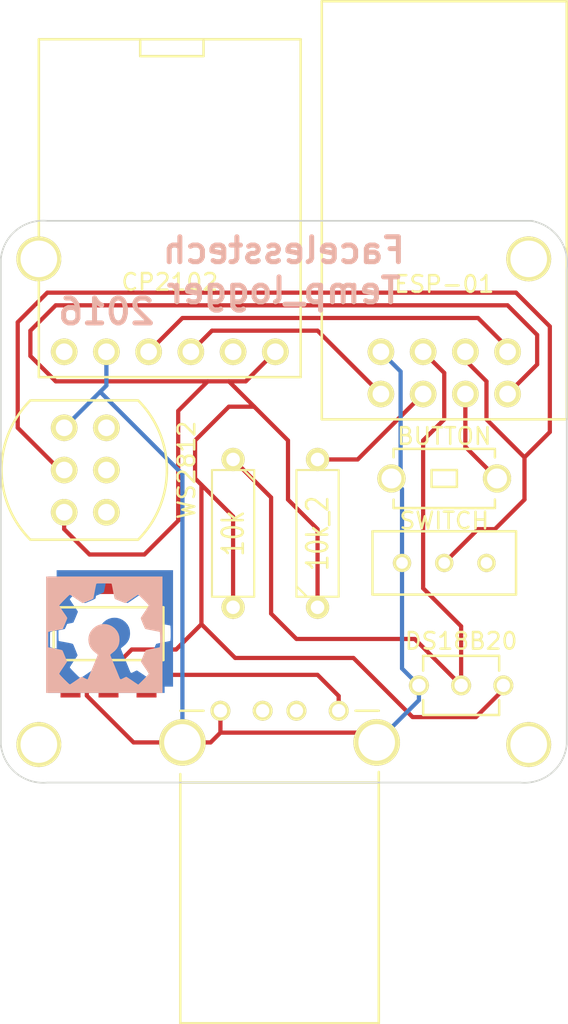
<source format=kicad_pcb>
(kicad_pcb (version 20171130) (host pcbnew "(5.1.12)-1")

  (general
    (thickness 1.6)
    (drawings 12)
    (tracks 104)
    (zones 0)
    (modules 17)
    (nets 10)
  )

  (page A3)
  (layers
    (0 F.Cu signal)
    (31 B.Cu signal)
    (32 B.Adhes user)
    (33 F.Adhes user hide)
    (34 B.Paste user)
    (35 F.Paste user)
    (36 B.SilkS user)
    (37 F.SilkS user)
    (38 B.Mask user)
    (39 F.Mask user)
    (40 Dwgs.User user)
    (41 Cmts.User user)
    (42 Eco1.User user)
    (43 Eco2.User user)
    (44 Edge.Cuts user)
  )

  (setup
    (last_trace_width 0.254)
    (trace_clearance 0.254)
    (zone_clearance 0.508)
    (zone_45_only no)
    (trace_min 0.254)
    (via_size 0.889)
    (via_drill 0.635)
    (via_min_size 0.889)
    (via_min_drill 0.508)
    (uvia_size 0.508)
    (uvia_drill 0.127)
    (uvias_allowed no)
    (uvia_min_size 0.508)
    (uvia_min_drill 0.127)
    (edge_width 0.1)
    (segment_width 0.2)
    (pcb_text_width 0.3)
    (pcb_text_size 1.5 1.5)
    (mod_edge_width 0.15)
    (mod_text_size 1 1)
    (mod_text_width 0.15)
    (pad_size 2.7 2.7)
    (pad_drill 2.2)
    (pad_to_mask_clearance 0)
    (aux_axis_origin 0 0)
    (visible_elements 7FFFFFFF)
    (pcbplotparams
      (layerselection 0x00030_ffffffff)
      (usegerberextensions true)
      (usegerberattributes true)
      (usegerberadvancedattributes true)
      (creategerberjobfile true)
      (excludeedgelayer true)
      (linewidth 0.150000)
      (plotframeref false)
      (viasonmask false)
      (mode 1)
      (useauxorigin false)
      (hpglpennumber 1)
      (hpglpenspeed 20)
      (hpglpendiameter 15.000000)
      (psnegative false)
      (psa4output false)
      (plotreference true)
      (plotvalue true)
      (plotinvisibletext false)
      (padsonsilk false)
      (subtractmaskfromsilk false)
      (outputformat 1)
      (mirror false)
      (drillshape 0)
      (scaleselection 1)
      (outputdirectory "gerbers/"))
  )

  (net 0 "")
  (net 1 N-000001)
  (net 2 N-0000011)
  (net 3 N-0000012)
  (net 4 N-000002)
  (net 5 N-000003)
  (net 6 N-000004)
  (net 7 N-000005)
  (net 8 N-000006)
  (net 9 N-000009)

  (net_class Default "This is the default net class."
    (clearance 0.254)
    (trace_width 0.254)
    (via_dia 0.889)
    (via_drill 0.635)
    (uvia_dia 0.508)
    (uvia_drill 0.127)
    (add_net N-000001)
    (add_net N-0000011)
    (add_net N-0000012)
    (add_net N-000002)
    (add_net N-000003)
    (add_net N-000004)
    (add_net N-000005)
    (add_net N-000006)
    (add_net N-000009)
  )

  (module esp-01_custom (layer F.Cu) (tedit 56B24D92) (tstamp 56A7D78B)
    (at 207.01 153.67 180)
    (path /56A68305)
    (fp_text reference U2 (at 0 -5.588 180) (layer F.SilkS) hide
      (effects (font (size 1 1) (thickness 0.15)))
    )
    (fp_text value ESP-01 (at 0 5.334 180) (layer F.SilkS)
      (effects (font (size 1 1) (thickness 0.15)))
    )
    (fp_line (start -7.366 -2.794) (end -7.366 22.352) (layer F.SilkS) (width 0.15))
    (fp_line (start -7.366 22.352) (end 7.366 22.352) (layer F.SilkS) (width 0.15))
    (fp_line (start 7.366 22.352) (end 7.366 -2.794) (layer F.SilkS) (width 0.15))
    (fp_line (start -7.366 -2.794) (end 7.366 -2.794) (layer F.SilkS) (width 0.15))
    (pad 6 thru_hole circle (at -1.27 -1.27 180) (size 1.6 1.6) (drill 1) (layers *.Cu *.Mask F.SilkS)
      (net 1 N-000001))
    (pad 5 thru_hole circle (at -1.27 1.27 180) (size 1.6 1.6) (drill 1) (layers *.Cu *.Mask F.SilkS)
      (net 5 N-000003))
    (pad 3 thru_hole circle (at 1.27 1.27 180) (size 1.6 1.6) (drill 1) (layers *.Cu *.Mask F.SilkS)
      (net 6 N-000004))
    (pad 4 thru_hole circle (at 1.27 -1.27 180) (size 1.6 1.6) (drill 1) (layers *.Cu *.Mask F.SilkS)
      (net 8 N-000006))
    (pad 2 thru_hole circle (at 3.81 -1.27 180) (size 1.6 1.6) (drill 1) (layers *.Cu *.Mask F.SilkS)
      (net 3 N-0000012))
    (pad 1 thru_hole circle (at 3.81 1.27 180) (size 1.6 1.6) (drill 1) (layers *.Cu *.Mask F.SilkS)
      (net 7 N-000005))
    (pad 7 thru_hole circle (at -3.81 1.27 180) (size 1.6 1.6) (drill 1) (layers *.Cu *.Mask F.SilkS)
      (net 9 N-000009))
    (pad 8 thru_hole circle (at -3.81 -1.27 180) (size 1.6 1.6) (drill 1) (layers *.Cu *.Mask F.SilkS)
      (net 2 N-0000011))
  )

  (module R3-5 (layer F.Cu) (tedit 56B24DE7) (tstamp 56A7CCE2)
    (at 199.39 163.322 90)
    (path /56A68489)
    (fp_text reference 10k_2 (at 0 0 90) (layer F.SilkS)
      (effects (font (size 1.27 1.016) (thickness 0.1524)))
    )
    (fp_text value R (at 0 0 90) (layer F.SilkS) hide
      (effects (font (size 1.27 1.016) (thickness 0.1524)))
    )
    (fp_line (start -3.81 -0.635) (end -3.81 1.27) (layer F.SilkS) (width 0.127))
    (fp_line (start -3.81 1.27) (end 3.81 1.27) (layer F.SilkS) (width 0.127))
    (fp_line (start 3.81 1.27) (end 3.81 -1.27) (layer F.SilkS) (width 0.127))
    (fp_line (start 3.81 -1.27) (end -3.81 -1.27) (layer F.SilkS) (width 0.127))
    (fp_line (start -3.81 -1.27) (end -3.81 -0.635) (layer F.SilkS) (width 0.127))
    (fp_line (start -4.445 0) (end -3.81 0) (layer F.SilkS) (width 0.127))
    (fp_line (start 3.81 0) (end 4.445 0) (layer F.SilkS) (width 0.127))
    (fp_line (start -3.81 -0.635) (end -3.175 -1.27) (layer F.SilkS) (width 0.127))
    (pad 1 thru_hole circle (at -4.445 0 90) (size 1.397 1.397) (drill 0.8128) (layers *.Cu *.Mask F.SilkS)
      (net 2 N-0000011))
    (pad 2 thru_hole circle (at 4.445 0 90) (size 1.397 1.397) (drill 0.8128) (layers *.Cu *.Mask F.SilkS)
      (net 8 N-000006))
    (model discret/resistor.wrl
      (at (xyz 0 0 0))
      (scale (xyz 0.35 0.35 0.3))
      (rotate (xyz 0 0 0))
    )
  )

  (module R3-5 (layer F.Cu) (tedit 56B24DE3) (tstamp 56A7CCF0)
    (at 194.31 163.322 270)
    (path /56A68498)
    (fp_text reference 10k (at 0 0 270) (layer F.SilkS)
      (effects (font (size 1.27 1.016) (thickness 0.1524)))
    )
    (fp_text value R (at 0 0 270) (layer F.SilkS) hide
      (effects (font (size 1.27 1.016) (thickness 0.1524)))
    )
    (fp_line (start -3.81 -0.635) (end -3.81 1.27) (layer F.SilkS) (width 0.127))
    (fp_line (start -3.81 1.27) (end 3.81 1.27) (layer F.SilkS) (width 0.127))
    (fp_line (start 3.81 1.27) (end 3.81 -1.27) (layer F.SilkS) (width 0.127))
    (fp_line (start 3.81 -1.27) (end -3.81 -1.27) (layer F.SilkS) (width 0.127))
    (fp_line (start -3.81 -1.27) (end -3.81 -0.635) (layer F.SilkS) (width 0.127))
    (fp_line (start -4.445 0) (end -3.81 0) (layer F.SilkS) (width 0.127))
    (fp_line (start 3.81 0) (end 4.445 0) (layer F.SilkS) (width 0.127))
    (fp_line (start -3.81 -0.635) (end -3.175 -1.27) (layer F.SilkS) (width 0.127))
    (pad 1 thru_hole circle (at -4.445 0 270) (size 1.397 1.397) (drill 0.8128) (layers *.Cu *.Mask F.SilkS)
      (net 6 N-000004))
    (pad 2 thru_hole circle (at 4.445 0 270) (size 1.397 1.397) (drill 0.8128) (layers *.Cu *.Mask F.SilkS)
      (net 2 N-0000011))
    (model discret/resistor.wrl
      (at (xyz 0 0 0))
      (scale (xyz 0.35 0.35 0.3))
      (rotate (xyz 0 0 0))
    )
  )

  (module CP2102_Custom (layer F.Cu) (tedit 56B24DDC) (tstamp 56A7D407)
    (at 190.5 152.4 180)
    (path /56A68443)
    (fp_text reference U1 (at 0 -4.064 180) (layer F.SilkS) hide
      (effects (font (size 1 1) (thickness 0.15)))
    )
    (fp_text value CP2102 (at 0 4.191 180) (layer F.SilkS)
      (effects (font (size 1 1) (thickness 0.15)))
    )
    (fp_line (start -2.032 18.796) (end -2.032 17.78) (layer F.SilkS) (width 0.15))
    (fp_line (start -2.032 17.78) (end 1.778 17.78) (layer F.SilkS) (width 0.15))
    (fp_line (start 1.778 17.78) (end 1.778 18.796) (layer F.SilkS) (width 0.15))
    (fp_line (start -7.874 -1.524) (end -7.874 18.796) (layer F.SilkS) (width 0.15))
    (fp_line (start -7.874 18.796) (end 7.874 18.796) (layer F.SilkS) (width 0.15))
    (fp_line (start 7.874 18.796) (end 7.874 -1.524) (layer F.SilkS) (width 0.15))
    (fp_line (start -7.874 -1.524) (end 7.874 -1.524) (layer F.SilkS) (width 0.15))
    (pad 3 thru_hole circle (at -1.27 0 180) (size 1.6 1.6) (drill 1) (layers *.Cu *.Mask F.SilkS)
      (net 3 N-0000012))
    (pad 4 thru_hole circle (at 1.27 0 180) (size 1.6 1.6) (drill 1) (layers *.Cu *.Mask F.SilkS)
      (net 9 N-000009))
    (pad 5 thru_hole circle (at 3.81 0 180) (size 1.6 1.6) (drill 1) (layers *.Cu *.Mask F.SilkS)
      (net 7 N-000005))
    (pad 6 thru_hole circle (at 6.35 0 180) (size 1.6 1.6) (drill 1) (layers *.Cu *.Mask F.SilkS))
    (pad 2 thru_hole circle (at -3.81 0 180) (size 1.6 1.6) (drill 1) (layers *.Cu *.Mask F.SilkS))
    (pad 1 thru_hole circle (at -6.35 0 180) (size 1.6 1.6) (drill 1) (layers *.Cu *.Mask F.SilkS)
      (net 2 N-0000011))
  )

  (module male_usb_custom (layer F.Cu) (tedit 56B24D82) (tstamp 56A93A22)
    (at 197.104 173.99)
    (path /56A684C0)
    (fp_text reference U6 (at 0 -3.556) (layer F.SilkS) hide
      (effects (font (size 1 1) (thickness 0.15)))
    )
    (fp_text value MALE_USB_CUSTOM (at 0 3.81) (layer F.SilkS) hide
      (effects (font (size 1 1) (thickness 0.15)))
    )
    (fp_line (start -5.969 4.318) (end 5.969 4.318) (layer F.SilkS) (width 0.15))
    (fp_line (start 5.969 3.683) (end 5.969 18.796) (layer F.SilkS) (width 0.15))
    (fp_line (start 5.969 18.796) (end -5.969 18.796) (layer F.SilkS) (width 0.15))
    (fp_line (start -5.969 18.796) (end -5.969 3.81) (layer F.SilkS) (width 0.15))
    (fp_line (start 4.572 0) (end 5.969 0) (layer F.SilkS) (width 0.15))
    (fp_line (start -4.572 0) (end -5.969 0) (layer F.SilkS) (width 0.15))
    (pad 4 thru_hole circle (at -5.842 1.905) (size 2.8 2.8) (drill 2.2) (layers *.Cu *.Mask F.SilkS)
      (net 7 N-000005))
    (pad 4 thru_hole circle (at 5.842 1.905) (size 2.8 2.8) (drill 2.2) (layers *.Cu *.Mask F.SilkS)
      (net 7 N-000005))
    (pad 4 thru_hole circle (at -3.556 0) (size 1.2 1.2) (drill 0.8) (layers *.Cu *.Mask F.SilkS)
      (net 7 N-000005))
    (pad 3 thru_hole circle (at -1.016 0) (size 1.2 1.2) (drill 0.8) (layers *.Cu *.Mask F.SilkS))
    (pad 2 thru_hole circle (at 1.016 0) (size 1.2 1.2) (drill 0.8) (layers *.Cu *.Mask F.SilkS))
    (pad 1 thru_hole circle (at 3.556 0) (size 1.2 1.2) (drill 0.8) (layers *.Cu *.Mask F.SilkS)
      (net 4 N-000002))
  )

  (module ws2812_custom (layer F.Cu) (tedit 56B24D70) (tstamp 56ACD98A)
    (at 185.42 159.512 90)
    (path /56A684A7)
    (fp_text reference U3 (at 5.08 0 180) (layer F.SilkS) hide
      (effects (font (size 1 1) (thickness 0.15)))
    )
    (fp_text value WS2812 (at 0 6.096 90) (layer F.SilkS)
      (effects (font (size 1 1) (thickness 0.15)))
    )
    (fp_line (start 4.191 -3.302) (end 4.191 3.175) (layer F.SilkS) (width 0.15))
    (fp_line (start -4.191 -3.302) (end -4.191 3.175) (layer F.SilkS) (width 0.15))
    (fp_arc (start 0 -1.016) (end 4.191 3.175) (angle 90) (layer F.SilkS) (width 0.15))
    (fp_arc (start 0 0.889) (end -4.191 -3.302) (angle 90) (layer F.SilkS) (width 0.15))
    (pad 3 thru_hole circle (at -2.54 -1.27 90) (size 1.6 1.6) (drill 1) (layers *.Cu *.Mask F.SilkS)
      (net 2 N-0000011))
    (pad 2 thru_hole circle (at 0 -1.27 90) (size 1.6 1.6) (drill 1) (layers *.Cu *.Mask F.SilkS)
      (net 5 N-000003))
    (pad 1 thru_hole circle (at 2.54 -1.27 90) (size 1.6 1.6) (drill 1) (layers *.Cu *.Mask F.SilkS)
      (net 7 N-000005))
    (pad 6 thru_hole circle (at -2.54 1.27 90) (size 1.6 1.6) (drill 1) (layers *.Cu *.Mask F.SilkS))
    (pad 5 thru_hole circle (at 0 1.27 90) (size 1.6 1.6) (drill 1) (layers *.Cu *.Mask F.SilkS))
    (pad 4 thru_hole circle (at 2.54 1.27 90) (size 1.6 1.6) (drill 1) (layers *.Cu *.Mask F.SilkS))
  )

  (module switch_small_custom (layer F.Cu) (tedit 56B24DAF) (tstamp 56ACE785)
    (at 207.01 165.1)
    (path /56A68470)
    (fp_text reference SW1 (at 0 -4.064) (layer F.SilkS) hide
      (effects (font (size 1 1) (thickness 0.15)))
    )
    (fp_text value SWITCH (at 0 -2.54) (layer F.SilkS)
      (effects (font (size 1 1) (thickness 0.15)))
    )
    (fp_line (start -4.318 -1.905) (end 4.318 -1.905) (layer F.SilkS) (width 0.15))
    (fp_line (start 4.318 -1.905) (end 4.318 1.905) (layer F.SilkS) (width 0.15))
    (fp_line (start 4.318 1.905) (end -4.318 1.905) (layer F.SilkS) (width 0.15))
    (fp_line (start -4.318 1.905) (end -4.318 -1.905) (layer F.SilkS) (width 0.15))
    (pad 2 thru_hole circle (at 0 0) (size 1.1 1.1) (drill 0.7) (layers *.Cu *.Mask F.SilkS)
      (net 5 N-000003))
    (pad 1 thru_hole circle (at -2.54 0) (size 1.1 1.1) (drill 0.7) (layers *.Cu *.Mask F.SilkS)
      (net 7 N-000005))
    (pad 3 thru_hole circle (at 2.54 0) (size 1.1 1.1) (drill 0.7) (layers *.Cu *.Mask F.SilkS))
  )

  (module button_single_custom (layer F.Cu) (tedit 56B24DC8) (tstamp 56AD0313)
    (at 207.01 160.02 180)
    (path /56A68461)
    (fp_text reference SW2 (at 0 -4.064 180) (layer F.SilkS) hide
      (effects (font (size 1 1) (thickness 0.15)))
    )
    (fp_text value BUTTON (at 0 2.54 180) (layer F.SilkS)
      (effects (font (size 1 1) (thickness 0.15)))
    )
    (fp_line (start -0.762 -0.508) (end -0.762 0.508) (layer F.SilkS) (width 0.15))
    (fp_line (start -0.762 0.508) (end 0.762 0.508) (layer F.SilkS) (width 0.15))
    (fp_line (start 0.762 0.508) (end 0.762 -0.508) (layer F.SilkS) (width 0.15))
    (fp_line (start 0.762 -0.508) (end -0.762 -0.508) (layer F.SilkS) (width 0.15))
    (fp_line (start -3.048 1.778) (end 3.048 1.778) (layer F.SilkS) (width 0.15))
    (fp_line (start 3.048 1.778) (end 3.048 1.27) (layer F.SilkS) (width 0.15))
    (fp_line (start -3.048 1.27) (end -3.048 1.778) (layer F.SilkS) (width 0.15))
    (fp_line (start -3.048 -1.778) (end -3.048 -1.27) (layer F.SilkS) (width 0.15))
    (fp_line (start -3.048 -1.778) (end 3.048 -1.778) (layer F.SilkS) (width 0.15))
    (fp_line (start 3.048 -1.778) (end 3.048 -1.27) (layer F.SilkS) (width 0.15))
    (pad 1 thru_hole circle (at -3.175 0 180) (size 1.7 1.7) (drill 1.2) (layers *.Cu *.Mask F.SilkS)
      (net 1 N-000001))
    (pad 2 thru_hole circle (at 3.175 0 180) (size 1.7 1.7) (drill 1.2) (layers *.Cu *.Mask F.SilkS)
      (net 7 N-000005))
  )

  (module ds18b20_custom (layer F.Cu) (tedit 56B24DB6) (tstamp 56AD05EB)
    (at 208.026 172.466)
    (path /56A6898A)
    (fp_text reference U4 (at 0 -2.921) (layer F.SilkS) hide
      (effects (font (size 1 1) (thickness 0.15)))
    )
    (fp_text value DS18B20 (at 0 -2.667) (layer F.SilkS)
      (effects (font (size 1 1) (thickness 0.15)))
    )
    (fp_line (start -2.286 1.778) (end -2.286 0.889) (layer F.SilkS) (width 0.15))
    (fp_line (start -2.286 -1.778) (end -2.286 -0.889) (layer F.SilkS) (width 0.15))
    (fp_line (start 2.286 1.778) (end 2.286 0.889) (layer F.SilkS) (width 0.15))
    (fp_line (start 2.286 -1.778) (end 2.286 -0.889) (layer F.SilkS) (width 0.15))
    (fp_line (start -2.286 1.778) (end 2.286 1.778) (layer F.SilkS) (width 0.15))
    (fp_line (start 2.286 -1.778) (end -2.286 -1.778) (layer F.SilkS) (width 0.15))
    (pad 2 thru_hole circle (at 0 0) (size 1.2 1.2) (drill 0.8) (layers *.Cu *.Mask F.SilkS)
      (net 6 N-000004))
    (pad 1 thru_hole circle (at -2.54 0) (size 1.2 1.2) (drill 0.8) (layers *.Cu *.Mask F.SilkS)
      (net 7 N-000005))
    (pad 3 thru_hole circle (at 2.54 0) (size 1.2 1.2) (drill 0.8) (layers *.Cu *.Mask F.SilkS)
      (net 2 N-0000011))
  )

  (module AMS1117_custom (layer F.Cu) (tedit 56B24D7B) (tstamp 56AD09ED)
    (at 186.817 172.593)
    (path /56A687AE)
    (fp_text reference U5 (at 0 -9.779) (layer F.SilkS) hide
      (effects (font (size 1 1) (thickness 0.15)))
    )
    (fp_text value 3.3_VOLTAGE_REG (at 0 3.81) (layer F.SilkS) hide
      (effects (font (size 1 1) (thickness 0.15)))
    )
    (fp_line (start -3.302 -4.826) (end 3.302 -4.826) (layer F.SilkS) (width 0.15))
    (fp_line (start 3.302 -4.826) (end 3.302 -1.651) (layer F.SilkS) (width 0.15))
    (fp_line (start 3.302 -1.651) (end -3.302 -1.651) (layer F.SilkS) (width 0.15))
    (fp_line (start -3.302 -1.651) (end -3.302 -4.826) (layer F.SilkS) (width 0.15))
    (pad 1 smd rect (at -2.286 0) (size 1.2 1.2) (layers F.Cu F.Paste F.Mask)
      (net 7 N-000005))
    (pad 2 smd rect (at 0 0) (size 1.2 1.2) (layers F.Cu F.Paste F.Mask)
      (net 2 N-0000011))
    (pad 3 smd rect (at 2.286 0) (size 1.2 1.2) (layers F.Cu F.Paste F.Mask)
      (net 4 N-000002))
    (pad 0 smd rect (at 0.127 -6.223) (size 3 1.2) (layers F.Cu F.Paste F.Mask))
  )

  (module M2_1pin_custom (layer F.Cu) (tedit 56B24DD3) (tstamp 56B07AEC)
    (at 212.09 146.812)
    (fp_text reference M2_1pin_custom_4 (at 0 2.413) (layer F.SilkS) hide
      (effects (font (size 1 1) (thickness 0.15)))
    )
    (fp_text value VAL** (at 0 -2.794) (layer F.SilkS) hide
      (effects (font (size 1 1) (thickness 0.15)))
    )
    (pad 1 thru_hole circle (at 0 0) (size 2.7 2.7) (drill 2.2) (layers *.Cu *.Mask F.SilkS))
  )

  (module M2_1pin_custom (layer F.Cu) (tedit 56B24D78) (tstamp 56B07B0B)
    (at 182.626 176.022)
    (fp_text reference M2_1pin_custom_3 (at 0 2.413) (layer F.SilkS) hide
      (effects (font (size 1 1) (thickness 0.15)))
    )
    (fp_text value VAL** (at 0 -2.794) (layer F.SilkS) hide
      (effects (font (size 1 1) (thickness 0.15)))
    )
    (pad 1 thru_hole circle (at 0 0) (size 2.7 2.7) (drill 2.2) (layers *.Cu *.Mask F.SilkS))
  )

  (module M2_1pin_custom (layer F.Cu) (tedit 56B24D5B) (tstamp 56B07B14)
    (at 182.626 146.812)
    (fp_text reference M2_1pin_custom_2 (at 0 2.413) (layer F.SilkS) hide
      (effects (font (size 1 1) (thickness 0.15)))
    )
    (fp_text value VAL** (at 0 -2.794) (layer F.SilkS) hide
      (effects (font (size 1 1) (thickness 0.15)))
    )
    (pad 1 thru_hole circle (at 0 0) (size 2.7 2.7) (drill 2.2) (layers *.Cu *.Mask F.SilkS))
  )

  (module M2_1pin_custom (layer F.Cu) (tedit 56B24D8D) (tstamp 56B07B1D)
    (at 212.09 176.022)
    (fp_text reference M2_1pin_custom (at 0 2.413) (layer F.SilkS) hide
      (effects (font (size 1 1) (thickness 0.15)))
    )
    (fp_text value VAL** (at 0 -2.794) (layer F.SilkS) hide
      (effects (font (size 1 1) (thickness 0.15)))
    )
    (pad 1 thru_hole circle (at 0 0) (size 2.7 2.7) (drill 2.2) (layers *.Cu *.Mask F.SilkS))
  )

  (module OSH_final (layer F.Cu) (tedit 0) (tstamp 56B3087C)
    (at 186.69 169.418)
    (fp_text reference VAL_3 (at 0 0) (layer F.SilkS) hide
      (effects (font (size 1.143 1.143) (thickness 0.1778)))
    )
    (fp_text value OSH_final (at 0 0) (layer F.SilkS) hide
      (effects (font (size 1.143 1.143) (thickness 0.1778)))
    )
    (fp_poly (pts (xy -3.50012 3.50012) (xy -3.3909 3.50012) (xy -3.3909 0.4318) (xy -3.3909 0.29464)
      (xy -3.3909 0.14986) (xy -3.3909 0.0381) (xy -3.38836 -0.04572) (xy -3.38582 -0.10414)
      (xy -3.38074 -0.14224) (xy -3.37566 -0.1651) (xy -3.36804 -0.17272) (xy -3.34264 -0.1778)
      (xy -3.2893 -0.1905) (xy -3.21056 -0.20574) (xy -3.1115 -0.22606) (xy -2.99974 -0.24638)
      (xy -2.92608 -0.25908) (xy -2.80924 -0.28194) (xy -2.70256 -0.30226) (xy -2.61366 -0.32004)
      (xy -2.54762 -0.33528) (xy -2.50952 -0.3429) (xy -2.49936 -0.34798) (xy -2.4892 -0.3683)
      (xy -2.46634 -0.41656) (xy -2.43586 -0.48514) (xy -2.4003 -0.56642) (xy -2.3622 -0.65532)
      (xy -2.3241 -0.74676) (xy -2.28854 -0.83312) (xy -2.25806 -0.90678) (xy -2.23774 -0.96266)
      (xy -2.22504 -0.99568) (xy -2.22504 -0.99822) (xy -2.2352 -1.02362) (xy -2.2606 -1.07188)
      (xy -2.30124 -1.13284) (xy -2.33934 -1.19126) (xy -2.4511 -1.34874) (xy -2.54 -1.48082)
      (xy -2.60858 -1.58496) (xy -2.65938 -1.6637) (xy -2.6924 -1.71958) (xy -2.70764 -1.7526)
      (xy -2.71018 -1.75768) (xy -2.69748 -1.778) (xy -2.66446 -1.81864) (xy -2.61366 -1.87452)
      (xy -2.54762 -1.9431) (xy -2.4765 -2.0193) (xy -2.39776 -2.09804) (xy -2.31902 -2.17678)
      (xy -2.24536 -2.25044) (xy -2.17932 -2.31394) (xy -2.12598 -2.36474) (xy -2.08788 -2.39522)
      (xy -2.07264 -2.40538) (xy -2.05232 -2.39522) (xy -2.0066 -2.36728) (xy -1.94056 -2.32664)
      (xy -1.85928 -2.27076) (xy -1.76276 -2.20726) (xy -1.68656 -2.15392) (xy -1.58242 -2.08534)
      (xy -1.49098 -2.02184) (xy -1.41224 -1.97104) (xy -1.35128 -1.93294) (xy -1.31064 -1.91008)
      (xy -1.29794 -1.90246) (xy -1.27254 -1.91008) (xy -1.2192 -1.92786) (xy -1.14808 -1.9558)
      (xy -1.06426 -1.99136) (xy -0.97282 -2.02692) (xy -0.88392 -2.06756) (xy -0.80264 -2.10312)
      (xy -0.73406 -2.13614) (xy -0.6858 -2.159) (xy -0.66294 -2.17424) (xy -0.65532 -2.19964)
      (xy -0.64262 -2.25298) (xy -0.62738 -2.33172) (xy -0.60706 -2.43078) (xy -0.58674 -2.54254)
      (xy -0.57404 -2.6035) (xy -0.55372 -2.72034) (xy -0.53086 -2.82956) (xy -0.51308 -2.921)
      (xy -0.49784 -2.99212) (xy -0.48768 -3.03784) (xy -0.48514 -3.048) (xy -0.47752 -3.0607)
      (xy -0.4699 -3.06832) (xy -0.45212 -3.07594) (xy -0.42418 -3.08102) (xy -0.381 -3.08356)
      (xy -0.3175 -3.0861) (xy -0.2286 -3.0861) (xy -0.11176 -3.08864) (xy -0.02032 -3.08864)
      (xy 0.10922 -3.0861) (xy 0.22352 -3.0861) (xy 0.3175 -3.08102) (xy 0.38862 -3.07848)
      (xy 0.42926 -3.0734) (xy 0.43942 -3.07086) (xy 0.4445 -3.05054) (xy 0.4572 -2.9972)
      (xy 0.47244 -2.921) (xy 0.49276 -2.82194) (xy 0.51308 -2.71018) (xy 0.53086 -2.6162)
      (xy 0.55372 -2.49682) (xy 0.57658 -2.38506) (xy 0.5969 -2.29108) (xy 0.61468 -2.21996)
      (xy 0.62738 -2.17424) (xy 0.635 -2.16154) (xy 0.6604 -2.14376) (xy 0.7112 -2.1209)
      (xy 0.78232 -2.09042) (xy 0.86614 -2.05486) (xy 0.95758 -2.0193) (xy 1.04648 -1.98374)
      (xy 1.1303 -1.95072) (xy 1.20142 -1.92786) (xy 1.25222 -1.91262) (xy 1.27508 -1.90754)
      (xy 1.2954 -1.92024) (xy 1.34366 -1.95072) (xy 1.4097 -1.9939) (xy 1.49352 -2.04978)
      (xy 1.59004 -2.11328) (xy 1.65608 -2.16154) (xy 1.75768 -2.23012) (xy 1.84658 -2.29108)
      (xy 1.92532 -2.34188) (xy 1.98628 -2.37998) (xy 2.02184 -2.4003) (xy 2.032 -2.40538)
      (xy 2.05232 -2.39268) (xy 2.09296 -2.35966) (xy 2.14884 -2.30632) (xy 2.21996 -2.23774)
      (xy 2.30378 -2.15646) (xy 2.36728 -2.09296) (xy 2.47142 -1.98882) (xy 2.5527 -1.905)
      (xy 2.61112 -1.8415) (xy 2.64668 -1.79578) (xy 2.667 -1.7653) (xy 2.66954 -1.74752)
      (xy 2.65684 -1.72466) (xy 2.6289 -1.6764) (xy 2.58318 -1.60528) (xy 2.5273 -1.52146)
      (xy 2.4638 -1.42748) (xy 2.4257 -1.3716) (xy 2.35966 -1.27254) (xy 2.2987 -1.1811)
      (xy 2.2479 -1.10236) (xy 2.21234 -1.04394) (xy 2.19202 -1.00584) (xy 2.18948 -0.99568)
      (xy 2.1971 -0.97028) (xy 2.21488 -0.91948) (xy 2.24282 -0.84836) (xy 2.27838 -0.76454)
      (xy 2.31394 -0.6731) (xy 2.35204 -0.58166) (xy 2.39014 -0.50038) (xy 2.42062 -0.42926)
      (xy 2.44602 -0.37846) (xy 2.45872 -0.35306) (xy 2.48158 -0.34544) (xy 2.53238 -0.33274)
      (xy 2.60858 -0.31496) (xy 2.7051 -0.29464) (xy 2.81686 -0.27432) (xy 2.89052 -0.25908)
      (xy 3.0099 -0.23622) (xy 3.11658 -0.2159) (xy 3.20802 -0.19812) (xy 3.27914 -0.18542)
      (xy 3.32232 -0.17526) (xy 3.33248 -0.17272) (xy 3.3401 -0.1524) (xy 3.34772 -0.1016)
      (xy 3.35026 -0.02794) (xy 3.35534 0.0635) (xy 3.35788 0.17018) (xy 3.35788 0.2794)
      (xy 3.35788 0.39116) (xy 3.35788 0.49784) (xy 3.3528 0.59182) (xy 3.34772 0.67056)
      (xy 3.34264 0.7239) (xy 3.33502 0.7493) (xy 3.30962 0.75692) (xy 3.25628 0.76962)
      (xy 3.18008 0.7874) (xy 3.08102 0.80772) (xy 2.96926 0.82804) (xy 2.9083 0.84074)
      (xy 2.794 0.86106) (xy 2.68732 0.88392) (xy 2.59842 0.90424) (xy 2.53238 0.91948)
      (xy 2.49174 0.93218) (xy 2.48412 0.93726) (xy 2.47142 0.96012) (xy 2.44856 1.01092)
      (xy 2.41808 1.08204) (xy 2.37998 1.16586) (xy 2.34442 1.25984) (xy 2.30632 1.35382)
      (xy 2.27076 1.44272) (xy 2.24028 1.51892) (xy 2.21996 1.57988) (xy 2.2098 1.61544)
      (xy 2.20726 1.62052) (xy 2.21742 1.64084) (xy 2.24536 1.68656) (xy 2.28854 1.7526)
      (xy 2.34188 1.83388) (xy 2.40538 1.92786) (xy 2.44094 1.97866) (xy 2.50952 2.07772)
      (xy 2.56794 2.16662) (xy 2.6162 2.24536) (xy 2.65176 2.30378) (xy 2.67208 2.33934)
      (xy 2.67462 2.3495) (xy 2.66192 2.36728) (xy 2.6289 2.40792) (xy 2.5781 2.4638)
      (xy 2.5146 2.53238) (xy 2.44094 2.60858) (xy 2.36474 2.68732) (xy 2.286 2.76606)
      (xy 2.21234 2.83972) (xy 2.1463 2.90322) (xy 2.09296 2.95402) (xy 2.0574 2.98704)
      (xy 2.03962 2.9972) (xy 2.02184 2.98704) (xy 1.97866 2.96164) (xy 1.91516 2.91846)
      (xy 1.83388 2.86512) (xy 1.74244 2.80162) (xy 1.68656 2.76352) (xy 1.5875 2.69748)
      (xy 1.4986 2.63906) (xy 1.4224 2.58826) (xy 1.36398 2.5527) (xy 1.32842 2.53238)
      (xy 1.3208 2.52984) (xy 1.2954 2.53746) (xy 1.24714 2.56032) (xy 1.18364 2.5908)
      (xy 1.14046 2.61366) (xy 1.06426 2.65176) (xy 1.01346 2.67462) (xy 0.97536 2.67462)
      (xy 0.94742 2.65176) (xy 0.92202 2.6035) (xy 0.889 2.52222) (xy 0.88392 2.51206)
      (xy 0.8636 2.4638) (xy 0.83312 2.38506) (xy 0.79248 2.286) (xy 0.74422 2.16662)
      (xy 0.68834 2.03708) (xy 0.63246 1.89738) (xy 0.59436 1.80848) (xy 0.53848 1.67386)
      (xy 0.48768 1.54686) (xy 0.4445 1.43764) (xy 0.4064 1.34366) (xy 0.37846 1.27254)
      (xy 0.36322 1.22682) (xy 0.35814 1.21412) (xy 0.37338 1.19126) (xy 0.40894 1.1557)
      (xy 0.46228 1.11252) (xy 0.48514 1.09474) (xy 0.635 0.97028) (xy 0.7493 0.8382)
      (xy 0.83312 0.6985) (xy 0.88646 0.5461) (xy 0.91186 0.37592) (xy 0.9144 0.28448)
      (xy 0.89916 0.1016) (xy 0.8509 -0.06604) (xy 0.76708 -0.22098) (xy 0.65278 -0.36068)
      (xy 0.6096 -0.40132) (xy 0.46482 -0.508) (xy 0.30734 -0.5842) (xy 0.14224 -0.62992)
      (xy -0.0254 -0.64262) (xy -0.19558 -0.62738) (xy -0.35814 -0.57912) (xy -0.51308 -0.50292)
      (xy -0.65278 -0.3937) (xy -0.70104 -0.34798) (xy -0.81534 -0.2032) (xy -0.89408 -0.0508)
      (xy -0.94234 0.1143) (xy -0.95758 0.29464) (xy -0.95758 0.29718) (xy -0.9398 0.47752)
      (xy -0.89154 0.6477) (xy -0.81026 0.80264) (xy -0.69342 0.94488) (xy -0.5461 1.07696)
      (xy -0.50546 1.10744) (xy -0.45212 1.14808) (xy -0.41402 1.18364) (xy -0.39624 1.20904)
      (xy -0.3937 1.21158) (xy -0.40132 1.23698) (xy -0.4191 1.28778) (xy -0.44704 1.35636)
      (xy -0.48006 1.43764) (xy -0.4826 1.4478) (xy -0.51308 1.52146) (xy -0.55626 1.62052)
      (xy -0.60452 1.7399) (xy -0.6604 1.87198) (xy -0.71882 2.01168) (xy -0.7747 2.15138)
      (xy -0.77978 2.16154) (xy -0.83312 2.28854) (xy -0.88138 2.40284) (xy -0.92456 2.50444)
      (xy -0.96012 2.58572) (xy -0.98552 2.64414) (xy -1.00076 2.67716) (xy -1.0033 2.6797)
      (xy -1.02616 2.6797) (xy -1.07188 2.66192) (xy -1.13792 2.63398) (xy -1.17856 2.61366)
      (xy -1.24968 2.5781) (xy -1.3081 2.55016) (xy -1.34874 2.53238) (xy -1.36144 2.52984)
      (xy -1.38176 2.54) (xy -1.42748 2.56794) (xy -1.49352 2.60858) (xy -1.5748 2.66192)
      (xy -1.66624 2.72542) (xy -1.69418 2.7432) (xy -1.78816 2.80924) (xy -1.87706 2.86766)
      (xy -1.95072 2.91846) (xy -2.0066 2.95402) (xy -2.03962 2.97688) (xy -2.0447 2.97942)
      (xy -2.05994 2.9845) (xy -2.07518 2.98196) (xy -2.0955 2.9718) (xy -2.12598 2.95148)
      (xy -2.16662 2.91338) (xy -2.22504 2.86004) (xy -2.2987 2.78638) (xy -2.39776 2.68986)
      (xy -2.4892 2.59588) (xy -2.57048 2.51206) (xy -2.63398 2.44348) (xy -2.68224 2.3876)
      (xy -2.7051 2.35458) (xy -2.71018 2.34696) (xy -2.70002 2.32156) (xy -2.67208 2.2733)
      (xy -2.63144 2.20472) (xy -2.57556 2.1209) (xy -2.51206 2.02692) (xy -2.4765 1.97358)
      (xy -2.41046 1.87706) (xy -2.35204 1.78816) (xy -2.30124 1.7145) (xy -2.26568 1.65862)
      (xy -2.24536 1.6256) (xy -2.24282 1.62052) (xy -2.25044 1.59766) (xy -2.26822 1.54686)
      (xy -2.29616 1.47828) (xy -2.32664 1.39446) (xy -2.36474 1.30302) (xy -2.40284 1.21158)
      (xy -2.4384 1.12268) (xy -2.47142 1.04394) (xy -2.49682 0.98552) (xy -2.5146 0.94996)
      (xy -2.51714 0.94488) (xy -2.53238 0.93218) (xy -2.5654 0.92202) (xy -2.6162 0.90678)
      (xy -2.68986 0.889) (xy -2.78638 0.86868) (xy -2.91338 0.84582) (xy -3.07086 0.81534)
      (xy -3.16738 0.79756) (xy -3.24358 0.78486) (xy -3.30708 0.77216) (xy -3.35026 0.762)
      (xy -3.36042 0.75946) (xy -3.37058 0.75438) (xy -3.3782 0.74422) (xy -3.38328 0.71882)
      (xy -3.38582 0.68072) (xy -3.38836 0.6223) (xy -3.3909 0.54102) (xy -3.3909 0.4318)
      (xy -3.3909 3.50012) (xy 0 3.50012) (xy 3.50012 3.50012) (xy 3.50012 0)
      (xy 3.50012 -3.50012) (xy 0 -3.50012) (xy -3.50012 -3.50012) (xy -3.50012 0)
      (xy -3.50012 3.50012)) (layer B.Cu) (width 0.00254))
  )

  (module OSH_final (layer F.Cu) (tedit 0) (tstamp 56B30885)
    (at 187.198 169.037)
    (fp_text reference VAL_2 (at 0 0) (layer F.SilkS) hide
      (effects (font (size 1.143 1.143) (thickness 0.1778)))
    )
    (fp_text value OSH_final (at 0 0) (layer F.SilkS) hide
      (effects (font (size 1.143 1.143) (thickness 0.1778)))
    )
    (fp_poly (pts (xy -3.50012 3.50012) (xy -3.3909 3.50012) (xy -3.3909 0.4318) (xy -3.3909 0.29464)
      (xy -3.3909 0.14986) (xy -3.3909 0.0381) (xy -3.38836 -0.04572) (xy -3.38582 -0.10414)
      (xy -3.38074 -0.14224) (xy -3.37566 -0.1651) (xy -3.36804 -0.17272) (xy -3.34264 -0.1778)
      (xy -3.2893 -0.1905) (xy -3.21056 -0.20574) (xy -3.1115 -0.22606) (xy -2.99974 -0.24638)
      (xy -2.92608 -0.25908) (xy -2.80924 -0.28194) (xy -2.70256 -0.30226) (xy -2.61366 -0.32004)
      (xy -2.54762 -0.33528) (xy -2.50952 -0.3429) (xy -2.49936 -0.34798) (xy -2.4892 -0.3683)
      (xy -2.46634 -0.41656) (xy -2.43586 -0.48514) (xy -2.4003 -0.56642) (xy -2.3622 -0.65532)
      (xy -2.3241 -0.74676) (xy -2.28854 -0.83312) (xy -2.25806 -0.90678) (xy -2.23774 -0.96266)
      (xy -2.22504 -0.99568) (xy -2.22504 -0.99822) (xy -2.2352 -1.02362) (xy -2.2606 -1.07188)
      (xy -2.30124 -1.13284) (xy -2.33934 -1.19126) (xy -2.4511 -1.34874) (xy -2.54 -1.48082)
      (xy -2.60858 -1.58496) (xy -2.65938 -1.6637) (xy -2.6924 -1.71958) (xy -2.70764 -1.7526)
      (xy -2.71018 -1.75768) (xy -2.69748 -1.778) (xy -2.66446 -1.81864) (xy -2.61366 -1.87452)
      (xy -2.54762 -1.9431) (xy -2.4765 -2.0193) (xy -2.39776 -2.09804) (xy -2.31902 -2.17678)
      (xy -2.24536 -2.25044) (xy -2.17932 -2.31394) (xy -2.12598 -2.36474) (xy -2.08788 -2.39522)
      (xy -2.07264 -2.40538) (xy -2.05232 -2.39522) (xy -2.0066 -2.36728) (xy -1.94056 -2.32664)
      (xy -1.85928 -2.27076) (xy -1.76276 -2.20726) (xy -1.68656 -2.15392) (xy -1.58242 -2.08534)
      (xy -1.49098 -2.02184) (xy -1.41224 -1.97104) (xy -1.35128 -1.93294) (xy -1.31064 -1.91008)
      (xy -1.29794 -1.90246) (xy -1.27254 -1.91008) (xy -1.2192 -1.92786) (xy -1.14808 -1.9558)
      (xy -1.06426 -1.99136) (xy -0.97282 -2.02692) (xy -0.88392 -2.06756) (xy -0.80264 -2.10312)
      (xy -0.73406 -2.13614) (xy -0.6858 -2.159) (xy -0.66294 -2.17424) (xy -0.65532 -2.19964)
      (xy -0.64262 -2.25298) (xy -0.62738 -2.33172) (xy -0.60706 -2.43078) (xy -0.58674 -2.54254)
      (xy -0.57404 -2.6035) (xy -0.55372 -2.72034) (xy -0.53086 -2.82956) (xy -0.51308 -2.921)
      (xy -0.49784 -2.99212) (xy -0.48768 -3.03784) (xy -0.48514 -3.048) (xy -0.47752 -3.0607)
      (xy -0.4699 -3.06832) (xy -0.45212 -3.07594) (xy -0.42418 -3.08102) (xy -0.381 -3.08356)
      (xy -0.3175 -3.0861) (xy -0.2286 -3.0861) (xy -0.11176 -3.08864) (xy -0.02032 -3.08864)
      (xy 0.10922 -3.0861) (xy 0.22352 -3.0861) (xy 0.3175 -3.08102) (xy 0.38862 -3.07848)
      (xy 0.42926 -3.0734) (xy 0.43942 -3.07086) (xy 0.4445 -3.05054) (xy 0.4572 -2.9972)
      (xy 0.47244 -2.921) (xy 0.49276 -2.82194) (xy 0.51308 -2.71018) (xy 0.53086 -2.6162)
      (xy 0.55372 -2.49682) (xy 0.57658 -2.38506) (xy 0.5969 -2.29108) (xy 0.61468 -2.21996)
      (xy 0.62738 -2.17424) (xy 0.635 -2.16154) (xy 0.6604 -2.14376) (xy 0.7112 -2.1209)
      (xy 0.78232 -2.09042) (xy 0.86614 -2.05486) (xy 0.95758 -2.0193) (xy 1.04648 -1.98374)
      (xy 1.1303 -1.95072) (xy 1.20142 -1.92786) (xy 1.25222 -1.91262) (xy 1.27508 -1.90754)
      (xy 1.2954 -1.92024) (xy 1.34366 -1.95072) (xy 1.4097 -1.9939) (xy 1.49352 -2.04978)
      (xy 1.59004 -2.11328) (xy 1.65608 -2.16154) (xy 1.75768 -2.23012) (xy 1.84658 -2.29108)
      (xy 1.92532 -2.34188) (xy 1.98628 -2.37998) (xy 2.02184 -2.4003) (xy 2.032 -2.40538)
      (xy 2.05232 -2.39268) (xy 2.09296 -2.35966) (xy 2.14884 -2.30632) (xy 2.21996 -2.23774)
      (xy 2.30378 -2.15646) (xy 2.36728 -2.09296) (xy 2.47142 -1.98882) (xy 2.5527 -1.905)
      (xy 2.61112 -1.8415) (xy 2.64668 -1.79578) (xy 2.667 -1.7653) (xy 2.66954 -1.74752)
      (xy 2.65684 -1.72466) (xy 2.6289 -1.6764) (xy 2.58318 -1.60528) (xy 2.5273 -1.52146)
      (xy 2.4638 -1.42748) (xy 2.4257 -1.3716) (xy 2.35966 -1.27254) (xy 2.2987 -1.1811)
      (xy 2.2479 -1.10236) (xy 2.21234 -1.04394) (xy 2.19202 -1.00584) (xy 2.18948 -0.99568)
      (xy 2.1971 -0.97028) (xy 2.21488 -0.91948) (xy 2.24282 -0.84836) (xy 2.27838 -0.76454)
      (xy 2.31394 -0.6731) (xy 2.35204 -0.58166) (xy 2.39014 -0.50038) (xy 2.42062 -0.42926)
      (xy 2.44602 -0.37846) (xy 2.45872 -0.35306) (xy 2.48158 -0.34544) (xy 2.53238 -0.33274)
      (xy 2.60858 -0.31496) (xy 2.7051 -0.29464) (xy 2.81686 -0.27432) (xy 2.89052 -0.25908)
      (xy 3.0099 -0.23622) (xy 3.11658 -0.2159) (xy 3.20802 -0.19812) (xy 3.27914 -0.18542)
      (xy 3.32232 -0.17526) (xy 3.33248 -0.17272) (xy 3.3401 -0.1524) (xy 3.34772 -0.1016)
      (xy 3.35026 -0.02794) (xy 3.35534 0.0635) (xy 3.35788 0.17018) (xy 3.35788 0.2794)
      (xy 3.35788 0.39116) (xy 3.35788 0.49784) (xy 3.3528 0.59182) (xy 3.34772 0.67056)
      (xy 3.34264 0.7239) (xy 3.33502 0.7493) (xy 3.30962 0.75692) (xy 3.25628 0.76962)
      (xy 3.18008 0.7874) (xy 3.08102 0.80772) (xy 2.96926 0.82804) (xy 2.9083 0.84074)
      (xy 2.794 0.86106) (xy 2.68732 0.88392) (xy 2.59842 0.90424) (xy 2.53238 0.91948)
      (xy 2.49174 0.93218) (xy 2.48412 0.93726) (xy 2.47142 0.96012) (xy 2.44856 1.01092)
      (xy 2.41808 1.08204) (xy 2.37998 1.16586) (xy 2.34442 1.25984) (xy 2.30632 1.35382)
      (xy 2.27076 1.44272) (xy 2.24028 1.51892) (xy 2.21996 1.57988) (xy 2.2098 1.61544)
      (xy 2.20726 1.62052) (xy 2.21742 1.64084) (xy 2.24536 1.68656) (xy 2.28854 1.7526)
      (xy 2.34188 1.83388) (xy 2.40538 1.92786) (xy 2.44094 1.97866) (xy 2.50952 2.07772)
      (xy 2.56794 2.16662) (xy 2.6162 2.24536) (xy 2.65176 2.30378) (xy 2.67208 2.33934)
      (xy 2.67462 2.3495) (xy 2.66192 2.36728) (xy 2.6289 2.40792) (xy 2.5781 2.4638)
      (xy 2.5146 2.53238) (xy 2.44094 2.60858) (xy 2.36474 2.68732) (xy 2.286 2.76606)
      (xy 2.21234 2.83972) (xy 2.1463 2.90322) (xy 2.09296 2.95402) (xy 2.0574 2.98704)
      (xy 2.03962 2.9972) (xy 2.02184 2.98704) (xy 1.97866 2.96164) (xy 1.91516 2.91846)
      (xy 1.83388 2.86512) (xy 1.74244 2.80162) (xy 1.68656 2.76352) (xy 1.5875 2.69748)
      (xy 1.4986 2.63906) (xy 1.4224 2.58826) (xy 1.36398 2.5527) (xy 1.32842 2.53238)
      (xy 1.3208 2.52984) (xy 1.2954 2.53746) (xy 1.24714 2.56032) (xy 1.18364 2.5908)
      (xy 1.14046 2.61366) (xy 1.06426 2.65176) (xy 1.01346 2.67462) (xy 0.97536 2.67462)
      (xy 0.94742 2.65176) (xy 0.92202 2.6035) (xy 0.889 2.52222) (xy 0.88392 2.51206)
      (xy 0.8636 2.4638) (xy 0.83312 2.38506) (xy 0.79248 2.286) (xy 0.74422 2.16662)
      (xy 0.68834 2.03708) (xy 0.63246 1.89738) (xy 0.59436 1.80848) (xy 0.53848 1.67386)
      (xy 0.48768 1.54686) (xy 0.4445 1.43764) (xy 0.4064 1.34366) (xy 0.37846 1.27254)
      (xy 0.36322 1.22682) (xy 0.35814 1.21412) (xy 0.37338 1.19126) (xy 0.40894 1.1557)
      (xy 0.46228 1.11252) (xy 0.48514 1.09474) (xy 0.635 0.97028) (xy 0.7493 0.8382)
      (xy 0.83312 0.6985) (xy 0.88646 0.5461) (xy 0.91186 0.37592) (xy 0.9144 0.28448)
      (xy 0.89916 0.1016) (xy 0.8509 -0.06604) (xy 0.76708 -0.22098) (xy 0.65278 -0.36068)
      (xy 0.6096 -0.40132) (xy 0.46482 -0.508) (xy 0.30734 -0.5842) (xy 0.14224 -0.62992)
      (xy -0.0254 -0.64262) (xy -0.19558 -0.62738) (xy -0.35814 -0.57912) (xy -0.51308 -0.50292)
      (xy -0.65278 -0.3937) (xy -0.70104 -0.34798) (xy -0.81534 -0.2032) (xy -0.89408 -0.0508)
      (xy -0.94234 0.1143) (xy -0.95758 0.29464) (xy -0.95758 0.29718) (xy -0.9398 0.47752)
      (xy -0.89154 0.6477) (xy -0.81026 0.80264) (xy -0.69342 0.94488) (xy -0.5461 1.07696)
      (xy -0.50546 1.10744) (xy -0.45212 1.14808) (xy -0.41402 1.18364) (xy -0.39624 1.20904)
      (xy -0.3937 1.21158) (xy -0.40132 1.23698) (xy -0.4191 1.28778) (xy -0.44704 1.35636)
      (xy -0.48006 1.43764) (xy -0.4826 1.4478) (xy -0.51308 1.52146) (xy -0.55626 1.62052)
      (xy -0.60452 1.7399) (xy -0.6604 1.87198) (xy -0.71882 2.01168) (xy -0.7747 2.15138)
      (xy -0.77978 2.16154) (xy -0.83312 2.28854) (xy -0.88138 2.40284) (xy -0.92456 2.50444)
      (xy -0.96012 2.58572) (xy -0.98552 2.64414) (xy -1.00076 2.67716) (xy -1.0033 2.6797)
      (xy -1.02616 2.6797) (xy -1.07188 2.66192) (xy -1.13792 2.63398) (xy -1.17856 2.61366)
      (xy -1.24968 2.5781) (xy -1.3081 2.55016) (xy -1.34874 2.53238) (xy -1.36144 2.52984)
      (xy -1.38176 2.54) (xy -1.42748 2.56794) (xy -1.49352 2.60858) (xy -1.5748 2.66192)
      (xy -1.66624 2.72542) (xy -1.69418 2.7432) (xy -1.78816 2.80924) (xy -1.87706 2.86766)
      (xy -1.95072 2.91846) (xy -2.0066 2.95402) (xy -2.03962 2.97688) (xy -2.0447 2.97942)
      (xy -2.05994 2.9845) (xy -2.07518 2.98196) (xy -2.0955 2.9718) (xy -2.12598 2.95148)
      (xy -2.16662 2.91338) (xy -2.22504 2.86004) (xy -2.2987 2.78638) (xy -2.39776 2.68986)
      (xy -2.4892 2.59588) (xy -2.57048 2.51206) (xy -2.63398 2.44348) (xy -2.68224 2.3876)
      (xy -2.7051 2.35458) (xy -2.71018 2.34696) (xy -2.70002 2.32156) (xy -2.67208 2.2733)
      (xy -2.63144 2.20472) (xy -2.57556 2.1209) (xy -2.51206 2.02692) (xy -2.4765 1.97358)
      (xy -2.41046 1.87706) (xy -2.35204 1.78816) (xy -2.30124 1.7145) (xy -2.26568 1.65862)
      (xy -2.24536 1.6256) (xy -2.24282 1.62052) (xy -2.25044 1.59766) (xy -2.26822 1.54686)
      (xy -2.29616 1.47828) (xy -2.32664 1.39446) (xy -2.36474 1.30302) (xy -2.40284 1.21158)
      (xy -2.4384 1.12268) (xy -2.47142 1.04394) (xy -2.49682 0.98552) (xy -2.5146 0.94996)
      (xy -2.51714 0.94488) (xy -2.53238 0.93218) (xy -2.5654 0.92202) (xy -2.6162 0.90678)
      (xy -2.68986 0.889) (xy -2.78638 0.86868) (xy -2.91338 0.84582) (xy -3.07086 0.81534)
      (xy -3.16738 0.79756) (xy -3.24358 0.78486) (xy -3.30708 0.77216) (xy -3.35026 0.762)
      (xy -3.36042 0.75946) (xy -3.37058 0.75438) (xy -3.3782 0.74422) (xy -3.38328 0.71882)
      (xy -3.38582 0.68072) (xy -3.38836 0.6223) (xy -3.3909 0.54102) (xy -3.3909 0.4318)
      (xy -3.3909 3.50012) (xy 0 3.50012) (xy 3.50012 3.50012) (xy 3.50012 0)
      (xy 3.50012 -3.50012) (xy 0 -3.50012) (xy -3.50012 -3.50012) (xy -3.50012 0)
      (xy -3.50012 3.50012)) (layer B.Cu) (width 0.00254))
  )

  (module OSH_final_silks_back (layer F.Cu) (tedit 0) (tstamp 56B36546)
    (at 186.563 169.418)
    (fp_text reference VAL (at 0 0) (layer F.SilkS) hide
      (effects (font (size 1.143 1.143) (thickness 0.1778)))
    )
    (fp_text value OSH_final_silks_back (at 0 0) (layer F.SilkS) hide
      (effects (font (size 1.143 1.143) (thickness 0.1778)))
    )
    (fp_poly (pts (xy -3.50012 3.50012) (xy -3.3909 3.50012) (xy -3.3909 0.4318) (xy -3.3909 0.29464)
      (xy -3.3909 0.14986) (xy -3.3909 0.0381) (xy -3.38836 -0.04572) (xy -3.38582 -0.10414)
      (xy -3.38074 -0.14224) (xy -3.37566 -0.1651) (xy -3.36804 -0.17272) (xy -3.34264 -0.1778)
      (xy -3.2893 -0.1905) (xy -3.21056 -0.20574) (xy -3.1115 -0.22606) (xy -2.99974 -0.24638)
      (xy -2.92608 -0.25908) (xy -2.80924 -0.28194) (xy -2.70256 -0.30226) (xy -2.61366 -0.32004)
      (xy -2.54762 -0.33528) (xy -2.50952 -0.3429) (xy -2.49936 -0.34798) (xy -2.4892 -0.3683)
      (xy -2.46634 -0.41656) (xy -2.43586 -0.48514) (xy -2.4003 -0.56642) (xy -2.3622 -0.65532)
      (xy -2.3241 -0.74676) (xy -2.28854 -0.83312) (xy -2.25806 -0.90678) (xy -2.23774 -0.96266)
      (xy -2.22504 -0.99568) (xy -2.22504 -0.99822) (xy -2.2352 -1.02362) (xy -2.2606 -1.07188)
      (xy -2.30124 -1.13284) (xy -2.33934 -1.19126) (xy -2.4511 -1.34874) (xy -2.54 -1.48082)
      (xy -2.60858 -1.58496) (xy -2.65938 -1.6637) (xy -2.6924 -1.71958) (xy -2.70764 -1.7526)
      (xy -2.71018 -1.75768) (xy -2.69748 -1.778) (xy -2.66446 -1.81864) (xy -2.61366 -1.87452)
      (xy -2.54762 -1.9431) (xy -2.4765 -2.0193) (xy -2.39776 -2.09804) (xy -2.31902 -2.17678)
      (xy -2.24536 -2.25044) (xy -2.17932 -2.31394) (xy -2.12598 -2.36474) (xy -2.08788 -2.39522)
      (xy -2.07264 -2.40538) (xy -2.05232 -2.39522) (xy -2.0066 -2.36728) (xy -1.94056 -2.32664)
      (xy -1.85928 -2.27076) (xy -1.76276 -2.20726) (xy -1.68656 -2.15392) (xy -1.58242 -2.08534)
      (xy -1.49098 -2.02184) (xy -1.41224 -1.97104) (xy -1.35128 -1.93294) (xy -1.31064 -1.91008)
      (xy -1.29794 -1.90246) (xy -1.27254 -1.91008) (xy -1.2192 -1.92786) (xy -1.14808 -1.9558)
      (xy -1.06426 -1.99136) (xy -0.97282 -2.02692) (xy -0.88392 -2.06756) (xy -0.80264 -2.10312)
      (xy -0.73406 -2.13614) (xy -0.6858 -2.159) (xy -0.66294 -2.17424) (xy -0.65532 -2.19964)
      (xy -0.64262 -2.25298) (xy -0.62738 -2.33172) (xy -0.60706 -2.43078) (xy -0.58674 -2.54254)
      (xy -0.57404 -2.6035) (xy -0.55372 -2.72034) (xy -0.53086 -2.82956) (xy -0.51308 -2.921)
      (xy -0.49784 -2.99212) (xy -0.48768 -3.03784) (xy -0.48514 -3.048) (xy -0.47752 -3.0607)
      (xy -0.4699 -3.06832) (xy -0.45212 -3.07594) (xy -0.42418 -3.08102) (xy -0.381 -3.08356)
      (xy -0.3175 -3.0861) (xy -0.2286 -3.0861) (xy -0.11176 -3.08864) (xy -0.02032 -3.08864)
      (xy 0.10922 -3.0861) (xy 0.22352 -3.0861) (xy 0.3175 -3.08102) (xy 0.38862 -3.07848)
      (xy 0.42926 -3.0734) (xy 0.43942 -3.07086) (xy 0.4445 -3.05054) (xy 0.4572 -2.9972)
      (xy 0.47244 -2.921) (xy 0.49276 -2.82194) (xy 0.51308 -2.71018) (xy 0.53086 -2.6162)
      (xy 0.55372 -2.49682) (xy 0.57658 -2.38506) (xy 0.5969 -2.29108) (xy 0.61468 -2.21996)
      (xy 0.62738 -2.17424) (xy 0.635 -2.16154) (xy 0.6604 -2.14376) (xy 0.7112 -2.1209)
      (xy 0.78232 -2.09042) (xy 0.86614 -2.05486) (xy 0.95758 -2.0193) (xy 1.04648 -1.98374)
      (xy 1.1303 -1.95072) (xy 1.20142 -1.92786) (xy 1.25222 -1.91262) (xy 1.27508 -1.90754)
      (xy 1.2954 -1.92024) (xy 1.34366 -1.95072) (xy 1.4097 -1.9939) (xy 1.49352 -2.04978)
      (xy 1.59004 -2.11328) (xy 1.65608 -2.16154) (xy 1.75768 -2.23012) (xy 1.84658 -2.29108)
      (xy 1.92532 -2.34188) (xy 1.98628 -2.37998) (xy 2.02184 -2.4003) (xy 2.032 -2.40538)
      (xy 2.05232 -2.39268) (xy 2.09296 -2.35966) (xy 2.14884 -2.30632) (xy 2.21996 -2.23774)
      (xy 2.30378 -2.15646) (xy 2.36728 -2.09296) (xy 2.47142 -1.98882) (xy 2.5527 -1.905)
      (xy 2.61112 -1.8415) (xy 2.64668 -1.79578) (xy 2.667 -1.7653) (xy 2.66954 -1.74752)
      (xy 2.65684 -1.72466) (xy 2.6289 -1.6764) (xy 2.58318 -1.60528) (xy 2.5273 -1.52146)
      (xy 2.4638 -1.42748) (xy 2.4257 -1.3716) (xy 2.35966 -1.27254) (xy 2.2987 -1.1811)
      (xy 2.2479 -1.10236) (xy 2.21234 -1.04394) (xy 2.19202 -1.00584) (xy 2.18948 -0.99568)
      (xy 2.1971 -0.97028) (xy 2.21488 -0.91948) (xy 2.24282 -0.84836) (xy 2.27838 -0.76454)
      (xy 2.31394 -0.6731) (xy 2.35204 -0.58166) (xy 2.39014 -0.50038) (xy 2.42062 -0.42926)
      (xy 2.44602 -0.37846) (xy 2.45872 -0.35306) (xy 2.48158 -0.34544) (xy 2.53238 -0.33274)
      (xy 2.60858 -0.31496) (xy 2.7051 -0.29464) (xy 2.81686 -0.27432) (xy 2.89052 -0.25908)
      (xy 3.0099 -0.23622) (xy 3.11658 -0.2159) (xy 3.20802 -0.19812) (xy 3.27914 -0.18542)
      (xy 3.32232 -0.17526) (xy 3.33248 -0.17272) (xy 3.3401 -0.1524) (xy 3.34772 -0.1016)
      (xy 3.35026 -0.02794) (xy 3.35534 0.0635) (xy 3.35788 0.17018) (xy 3.35788 0.2794)
      (xy 3.35788 0.39116) (xy 3.35788 0.49784) (xy 3.3528 0.59182) (xy 3.34772 0.67056)
      (xy 3.34264 0.7239) (xy 3.33502 0.7493) (xy 3.30962 0.75692) (xy 3.25628 0.76962)
      (xy 3.18008 0.7874) (xy 3.08102 0.80772) (xy 2.96926 0.82804) (xy 2.9083 0.84074)
      (xy 2.794 0.86106) (xy 2.68732 0.88392) (xy 2.59842 0.90424) (xy 2.53238 0.91948)
      (xy 2.49174 0.93218) (xy 2.48412 0.93726) (xy 2.47142 0.96012) (xy 2.44856 1.01092)
      (xy 2.41808 1.08204) (xy 2.37998 1.16586) (xy 2.34442 1.25984) (xy 2.30632 1.35382)
      (xy 2.27076 1.44272) (xy 2.24028 1.51892) (xy 2.21996 1.57988) (xy 2.2098 1.61544)
      (xy 2.20726 1.62052) (xy 2.21742 1.64084) (xy 2.24536 1.68656) (xy 2.28854 1.7526)
      (xy 2.34188 1.83388) (xy 2.40538 1.92786) (xy 2.44094 1.97866) (xy 2.50952 2.07772)
      (xy 2.56794 2.16662) (xy 2.6162 2.24536) (xy 2.65176 2.30378) (xy 2.67208 2.33934)
      (xy 2.67462 2.3495) (xy 2.66192 2.36728) (xy 2.6289 2.40792) (xy 2.5781 2.4638)
      (xy 2.5146 2.53238) (xy 2.44094 2.60858) (xy 2.36474 2.68732) (xy 2.286 2.76606)
      (xy 2.21234 2.83972) (xy 2.1463 2.90322) (xy 2.09296 2.95402) (xy 2.0574 2.98704)
      (xy 2.03962 2.9972) (xy 2.02184 2.98704) (xy 1.97866 2.96164) (xy 1.91516 2.91846)
      (xy 1.83388 2.86512) (xy 1.74244 2.80162) (xy 1.68656 2.76352) (xy 1.5875 2.69748)
      (xy 1.4986 2.63906) (xy 1.4224 2.58826) (xy 1.36398 2.5527) (xy 1.32842 2.53238)
      (xy 1.3208 2.52984) (xy 1.2954 2.53746) (xy 1.24714 2.56032) (xy 1.18364 2.5908)
      (xy 1.14046 2.61366) (xy 1.06426 2.65176) (xy 1.01346 2.67462) (xy 0.97536 2.67462)
      (xy 0.94742 2.65176) (xy 0.92202 2.6035) (xy 0.889 2.52222) (xy 0.88392 2.51206)
      (xy 0.8636 2.4638) (xy 0.83312 2.38506) (xy 0.79248 2.286) (xy 0.74422 2.16662)
      (xy 0.68834 2.03708) (xy 0.63246 1.89738) (xy 0.59436 1.80848) (xy 0.53848 1.67386)
      (xy 0.48768 1.54686) (xy 0.4445 1.43764) (xy 0.4064 1.34366) (xy 0.37846 1.27254)
      (xy 0.36322 1.22682) (xy 0.35814 1.21412) (xy 0.37338 1.19126) (xy 0.40894 1.1557)
      (xy 0.46228 1.11252) (xy 0.48514 1.09474) (xy 0.635 0.97028) (xy 0.7493 0.8382)
      (xy 0.83312 0.6985) (xy 0.88646 0.5461) (xy 0.91186 0.37592) (xy 0.9144 0.28448)
      (xy 0.89916 0.1016) (xy 0.8509 -0.06604) (xy 0.76708 -0.22098) (xy 0.65278 -0.36068)
      (xy 0.6096 -0.40132) (xy 0.46482 -0.508) (xy 0.30734 -0.5842) (xy 0.14224 -0.62992)
      (xy -0.0254 -0.64262) (xy -0.19558 -0.62738) (xy -0.35814 -0.57912) (xy -0.51308 -0.50292)
      (xy -0.65278 -0.3937) (xy -0.70104 -0.34798) (xy -0.81534 -0.2032) (xy -0.89408 -0.0508)
      (xy -0.94234 0.1143) (xy -0.95758 0.29464) (xy -0.95758 0.29718) (xy -0.9398 0.47752)
      (xy -0.89154 0.6477) (xy -0.81026 0.80264) (xy -0.69342 0.94488) (xy -0.5461 1.07696)
      (xy -0.50546 1.10744) (xy -0.45212 1.14808) (xy -0.41402 1.18364) (xy -0.39624 1.20904)
      (xy -0.3937 1.21158) (xy -0.40132 1.23698) (xy -0.4191 1.28778) (xy -0.44704 1.35636)
      (xy -0.48006 1.43764) (xy -0.4826 1.4478) (xy -0.51308 1.52146) (xy -0.55626 1.62052)
      (xy -0.60452 1.7399) (xy -0.6604 1.87198) (xy -0.71882 2.01168) (xy -0.7747 2.15138)
      (xy -0.77978 2.16154) (xy -0.83312 2.28854) (xy -0.88138 2.40284) (xy -0.92456 2.50444)
      (xy -0.96012 2.58572) (xy -0.98552 2.64414) (xy -1.00076 2.67716) (xy -1.0033 2.6797)
      (xy -1.02616 2.6797) (xy -1.07188 2.66192) (xy -1.13792 2.63398) (xy -1.17856 2.61366)
      (xy -1.24968 2.5781) (xy -1.3081 2.55016) (xy -1.34874 2.53238) (xy -1.36144 2.52984)
      (xy -1.38176 2.54) (xy -1.42748 2.56794) (xy -1.49352 2.60858) (xy -1.5748 2.66192)
      (xy -1.66624 2.72542) (xy -1.69418 2.7432) (xy -1.78816 2.80924) (xy -1.87706 2.86766)
      (xy -1.95072 2.91846) (xy -2.0066 2.95402) (xy -2.03962 2.97688) (xy -2.0447 2.97942)
      (xy -2.05994 2.9845) (xy -2.07518 2.98196) (xy -2.0955 2.9718) (xy -2.12598 2.95148)
      (xy -2.16662 2.91338) (xy -2.22504 2.86004) (xy -2.2987 2.78638) (xy -2.39776 2.68986)
      (xy -2.4892 2.59588) (xy -2.57048 2.51206) (xy -2.63398 2.44348) (xy -2.68224 2.3876)
      (xy -2.7051 2.35458) (xy -2.71018 2.34696) (xy -2.70002 2.32156) (xy -2.67208 2.2733)
      (xy -2.63144 2.20472) (xy -2.57556 2.1209) (xy -2.51206 2.02692) (xy -2.4765 1.97358)
      (xy -2.41046 1.87706) (xy -2.35204 1.78816) (xy -2.30124 1.7145) (xy -2.26568 1.65862)
      (xy -2.24536 1.6256) (xy -2.24282 1.62052) (xy -2.25044 1.59766) (xy -2.26822 1.54686)
      (xy -2.29616 1.47828) (xy -2.32664 1.39446) (xy -2.36474 1.30302) (xy -2.40284 1.21158)
      (xy -2.4384 1.12268) (xy -2.47142 1.04394) (xy -2.49682 0.98552) (xy -2.5146 0.94996)
      (xy -2.51714 0.94488) (xy -2.53238 0.93218) (xy -2.5654 0.92202) (xy -2.6162 0.90678)
      (xy -2.68986 0.889) (xy -2.78638 0.86868) (xy -2.91338 0.84582) (xy -3.07086 0.81534)
      (xy -3.16738 0.79756) (xy -3.24358 0.78486) (xy -3.30708 0.77216) (xy -3.35026 0.762)
      (xy -3.36042 0.75946) (xy -3.37058 0.75438) (xy -3.3782 0.74422) (xy -3.38328 0.71882)
      (xy -3.38582 0.68072) (xy -3.38836 0.6223) (xy -3.3909 0.54102) (xy -3.3909 0.4318)
      (xy -3.3909 3.50012) (xy 0 3.50012) (xy 3.50012 3.50012) (xy 3.50012 0)
      (xy 3.50012 -3.50012) (xy 0 -3.50012) (xy -3.50012 -3.50012) (xy -3.50012 0)
      (xy -3.50012 3.50012)) (layer B.SilkS) (width 0.00254))
  )

  (gr_text 2016 (at 186.69 149.987) (layer B.SilkS)
    (effects (font (size 1.5 1.5) (thickness 0.3)) (justify mirror))
  )
  (gr_text Temp_logger (at 197.358 148.717) (layer B.SilkS)
    (effects (font (size 1.5 1.5) (thickness 0.3)) (justify mirror))
  )
  (gr_text Facelesstech (at 197.358 146.304) (layer B.SilkS)
    (effects (font (size 1.5 1.5) (thickness 0.3)) (justify mirror))
  )
  (gr_line (start 214.376 147.574) (end 214.376 147.447) (angle 90) (layer Edge.Cuts) (width 0.1))
  (gr_line (start 214.376 176.022) (end 214.376 147.574) (angle 90) (layer Edge.Cuts) (width 0.1))
  (gr_line (start 180.34 146.812) (end 180.34 176.022) (angle 90) (layer Edge.Cuts) (width 0.1))
  (gr_line (start 212.344 144.526) (end 183.134 144.526) (angle 90) (layer Edge.Cuts) (width 0.1))
  (gr_line (start 183.134 178.308) (end 211.582 178.308) (angle 90) (layer Edge.Cuts) (width 0.1))
  (gr_arc (start 211.836 147.066) (end 212.217 144.526) (angle 90) (layer Edge.Cuts) (width 0.1))
  (gr_arc (start 182.88 147.066) (end 180.34 146.812) (angle 90) (layer Edge.Cuts) (width 0.1))
  (gr_arc (start 182.88 175.768) (end 183.134 178.308) (angle 90) (layer Edge.Cuts) (width 0.1))
  (gr_arc (start 211.836 175.768) (end 214.376 176.022) (angle 90) (layer Edge.Cuts) (width 0.1))

  (segment (start 208.28 154.94) (end 208.28 158.115) (width 0.254) (layer F.Cu) (net 1))
  (segment (start 208.28 158.115) (end 210.185 160.02) (width 0.254) (layer F.Cu) (net 1))
  (segment (start 192.786 154.178) (end 183.642 154.178) (width 0.254) (layer F.Cu) (net 2))
  (segment (start 183.642 154.178) (end 182.118 152.654) (width 0.254) (layer F.Cu) (net 2))
  (segment (start 182.118 152.654) (end 182.118 151.13) (width 0.254) (layer F.Cu) (net 2))
  (segment (start 182.118 151.13) (end 183.642 149.606) (width 0.254) (layer F.Cu) (net 2))
  (segment (start 183.642 149.606) (end 210.82 149.606) (width 0.254) (layer F.Cu) (net 2))
  (segment (start 210.82 149.606) (end 212.598 151.384) (width 0.254) (layer F.Cu) (net 2))
  (segment (start 212.598 151.384) (end 212.598 153.162) (width 0.254) (layer F.Cu) (net 2))
  (segment (start 212.598 153.162) (end 210.82 154.94) (width 0.254) (layer F.Cu) (net 2))
  (segment (start 194.056 154.178) (end 192.786 154.178) (width 0.254) (layer F.Cu) (net 2))
  (segment (start 196.85 152.4) (end 195.072 154.178) (width 0.254) (layer F.Cu) (net 2))
  (segment (start 195.072 154.178) (end 194.056 154.178) (width 0.254) (layer F.Cu) (net 2))
  (segment (start 184.15 162.052) (end 184.15 163.068) (width 0.254) (layer F.Cu) (net 2))
  (segment (start 184.15 163.068) (end 185.674 164.592) (width 0.254) (layer F.Cu) (net 2))
  (segment (start 185.674 164.592) (end 188.976 164.592) (width 0.254) (layer F.Cu) (net 2))
  (segment (start 188.976 164.592) (end 191.008 162.56) (width 0.254) (layer F.Cu) (net 2))
  (segment (start 191.008 162.56) (end 191.008 155.956) (width 0.254) (layer F.Cu) (net 2))
  (segment (start 191.008 155.956) (end 192.786 154.178) (width 0.254) (layer F.Cu) (net 2))
  (segment (start 199.39 167.767) (end 199.39 163.068) (width 0.254) (layer F.Cu) (net 2))
  (segment (start 199.39 163.068) (end 197.612 161.29) (width 0.254) (layer F.Cu) (net 2))
  (segment (start 197.612 161.29) (end 197.612 157.734) (width 0.254) (layer F.Cu) (net 2))
  (segment (start 197.612 157.734) (end 195.58 155.702) (width 0.254) (layer F.Cu) (net 2))
  (segment (start 192.405 160.401) (end 192.024 160.02) (width 0.254) (layer F.Cu) (net 2))
  (segment (start 192.024 160.02) (end 192.024 157.734) (width 0.254) (layer F.Cu) (net 2))
  (segment (start 192.024 157.734) (end 194.056 155.702) (width 0.254) (layer F.Cu) (net 2))
  (segment (start 194.056 155.702) (end 195.58 155.702) (width 0.254) (layer F.Cu) (net 2))
  (segment (start 194.31 167.767) (end 194.31 162.306) (width 0.254) (layer F.Cu) (net 2))
  (segment (start 194.31 162.306) (end 192.405 160.401) (width 0.254) (layer F.Cu) (net 2))
  (segment (start 210.566 172.466) (end 210.566 172.72) (width 0.254) (layer F.Cu) (net 2))
  (segment (start 210.566 172.72) (end 208.915 174.371) (width 0.254) (layer F.Cu) (net 2))
  (segment (start 208.915 174.371) (end 205.105 174.371) (width 0.254) (layer F.Cu) (net 2))
  (segment (start 205.105 174.371) (end 201.549 170.815) (width 0.254) (layer F.Cu) (net 2))
  (segment (start 201.549 170.815) (end 194.437 170.815) (width 0.254) (layer F.Cu) (net 2))
  (segment (start 194.437 170.815) (end 192.405 168.783) (width 0.254) (layer F.Cu) (net 2))
  (segment (start 192.405 168.783) (end 190.881 170.307) (width 0.254) (layer F.Cu) (net 2))
  (segment (start 190.881 170.307) (end 188.214 170.307) (width 0.254) (layer F.Cu) (net 2))
  (segment (start 188.214 170.307) (end 186.817 171.704) (width 0.254) (layer F.Cu) (net 2))
  (segment (start 186.817 171.704) (end 186.817 172.593) (width 0.254) (layer F.Cu) (net 2))
  (segment (start 192.405 168.783) (end 192.405 160.401) (width 0.254) (layer F.Cu) (net 2))
  (segment (start 195.58 155.702) (end 194.056 154.178) (width 0.254) (layer F.Cu) (net 2))
  (segment (start 191.77 152.4) (end 193.04 151.13) (width 0.254) (layer F.Cu) (net 3))
  (segment (start 193.04 151.13) (end 199.39 151.13) (width 0.254) (layer F.Cu) (net 3))
  (segment (start 199.39 151.13) (end 203.2 154.94) (width 0.254) (layer F.Cu) (net 3))
  (segment (start 200.66 173.99) (end 200.66 173.101) (width 0.254) (layer F.Cu) (net 4))
  (segment (start 200.66 173.101) (end 199.39 171.831) (width 0.254) (layer F.Cu) (net 4))
  (segment (start 199.39 171.831) (end 189.865 171.831) (width 0.254) (layer F.Cu) (net 4))
  (segment (start 189.865 171.831) (end 189.103 172.593) (width 0.254) (layer F.Cu) (net 4))
  (segment (start 208.28 152.4) (end 208.28 152.908) (width 0.254) (layer F.Cu) (net 5))
  (segment (start 208.28 152.908) (end 209.55 154.178) (width 0.254) (layer F.Cu) (net 5))
  (segment (start 209.55 154.178) (end 209.55 156.464) (width 0.254) (layer F.Cu) (net 5))
  (segment (start 209.55 156.464) (end 211.836 158.75) (width 0.254) (layer F.Cu) (net 5))
  (segment (start 211.836 158.75) (end 211.836 161.29) (width 0.254) (layer F.Cu) (net 5))
  (segment (start 211.836 161.29) (end 210.058 163.068) (width 0.254) (layer F.Cu) (net 5))
  (segment (start 210.058 163.068) (end 209.042 163.068) (width 0.254) (layer F.Cu) (net 5))
  (segment (start 209.042 163.068) (end 207.01 165.1) (width 0.254) (layer F.Cu) (net 5))
  (segment (start 184.15 159.512) (end 183.896 159.512) (width 0.254) (layer F.Cu) (net 5))
  (segment (start 183.896 159.512) (end 181.356 156.972) (width 0.254) (layer F.Cu) (net 5))
  (segment (start 181.356 156.972) (end 181.356 150.622) (width 0.254) (layer F.Cu) (net 5))
  (segment (start 181.356 150.622) (end 183.134 148.844) (width 0.254) (layer F.Cu) (net 5))
  (segment (start 183.134 148.844) (end 211.328 148.844) (width 0.254) (layer F.Cu) (net 5))
  (segment (start 211.328 148.844) (end 213.36 150.876) (width 0.254) (layer F.Cu) (net 5))
  (segment (start 213.36 150.876) (end 213.36 157.226) (width 0.254) (layer F.Cu) (net 5))
  (segment (start 213.36 157.226) (end 211.836 158.75) (width 0.254) (layer F.Cu) (net 5))
  (segment (start 208.026 172.466) (end 208.026 168.91) (width 0.254) (layer F.Cu) (net 6))
  (segment (start 208.026 168.91) (end 205.74 166.624) (width 0.254) (layer F.Cu) (net 6))
  (segment (start 205.74 166.624) (end 205.74 157.734) (width 0.254) (layer F.Cu) (net 6))
  (segment (start 205.74 157.734) (end 207.01 156.464) (width 0.254) (layer F.Cu) (net 6))
  (segment (start 207.01 156.464) (end 207.01 153.67) (width 0.254) (layer F.Cu) (net 6))
  (segment (start 207.01 153.67) (end 205.74 152.4) (width 0.254) (layer F.Cu) (net 6))
  (segment (start 208.026 172.466) (end 205.232 169.672) (width 0.254) (layer F.Cu) (net 6))
  (segment (start 205.232 169.672) (end 198.12 169.672) (width 0.254) (layer F.Cu) (net 6))
  (segment (start 198.12 169.672) (end 196.596 168.148) (width 0.254) (layer F.Cu) (net 6))
  (segment (start 196.596 168.148) (end 196.596 161.163) (width 0.254) (layer F.Cu) (net 6))
  (segment (start 196.596 161.163) (end 194.31 158.877) (width 0.254) (layer F.Cu) (net 6))
  (segment (start 186.313 154.809) (end 186.69 154.432) (width 0.254) (layer B.Cu) (net 7))
  (segment (start 186.69 154.432) (end 186.69 152.4) (width 0.254) (layer B.Cu) (net 7))
  (segment (start 184.15 156.972) (end 186.313 154.809) (width 0.254) (layer B.Cu) (net 7))
  (segment (start 186.313 154.809) (end 191.262 159.758) (width 0.254) (layer B.Cu) (net 7))
  (segment (start 191.262 159.758) (end 191.262 175.895) (width 0.254) (layer B.Cu) (net 7))
  (segment (start 193.548 175.306) (end 202.357 175.306) (width 0.254) (layer F.Cu) (net 7))
  (segment (start 202.357 175.306) (end 202.946 175.895) (width 0.254) (layer F.Cu) (net 7))
  (segment (start 191.262 175.895) (end 192.959 175.895) (width 0.254) (layer F.Cu) (net 7))
  (segment (start 192.959 175.895) (end 193.548 175.306) (width 0.254) (layer F.Cu) (net 7))
  (segment (start 193.548 173.99) (end 193.548 175.306) (width 0.254) (layer F.Cu) (net 7))
  (segment (start 203.835 160.02) (end 204.3842 159.4708) (width 0.254) (layer B.Cu) (net 7))
  (segment (start 204.3842 159.4708) (end 204.3842 153.5842) (width 0.254) (layer B.Cu) (net 7))
  (segment (start 204.3842 153.5842) (end 203.2 152.4) (width 0.254) (layer B.Cu) (net 7))
  (segment (start 203.835 160.02) (end 204.47 160.655) (width 0.254) (layer B.Cu) (net 7))
  (segment (start 204.47 160.655) (end 204.47 165.1) (width 0.254) (layer B.Cu) (net 7))
  (segment (start 204.47 165.1) (end 204.47 171.45) (width 0.254) (layer B.Cu) (net 7))
  (segment (start 204.47 171.45) (end 205.486 172.466) (width 0.254) (layer B.Cu) (net 7))
  (segment (start 205.486 172.466) (end 205.486 173.355) (width 0.254) (layer B.Cu) (net 7))
  (segment (start 205.486 173.355) (end 202.946 175.895) (width 0.254) (layer B.Cu) (net 7))
  (segment (start 184.531 172.593) (end 185.5121 172.593) (width 0.254) (layer F.Cu) (net 7))
  (segment (start 185.5121 172.593) (end 185.5121 173.0836) (width 0.254) (layer F.Cu) (net 7))
  (segment (start 185.5121 173.0836) (end 188.3235 175.895) (width 0.254) (layer F.Cu) (net 7))
  (segment (start 188.3235 175.895) (end 191.262 175.895) (width 0.254) (layer F.Cu) (net 7))
  (segment (start 199.39 158.877) (end 201.803 158.877) (width 0.254) (layer F.Cu) (net 8))
  (segment (start 201.803 158.877) (end 205.74 154.94) (width 0.254) (layer F.Cu) (net 8))
  (segment (start 210.82 152.4) (end 210.82 152.146) (width 0.254) (layer F.Cu) (net 9))
  (segment (start 210.82 152.146) (end 209.042 150.368) (width 0.254) (layer F.Cu) (net 9))
  (segment (start 209.042 150.368) (end 191.262 150.368) (width 0.254) (layer F.Cu) (net 9))
  (segment (start 191.262 150.368) (end 189.23 152.4) (width 0.254) (layer F.Cu) (net 9))

)

</source>
